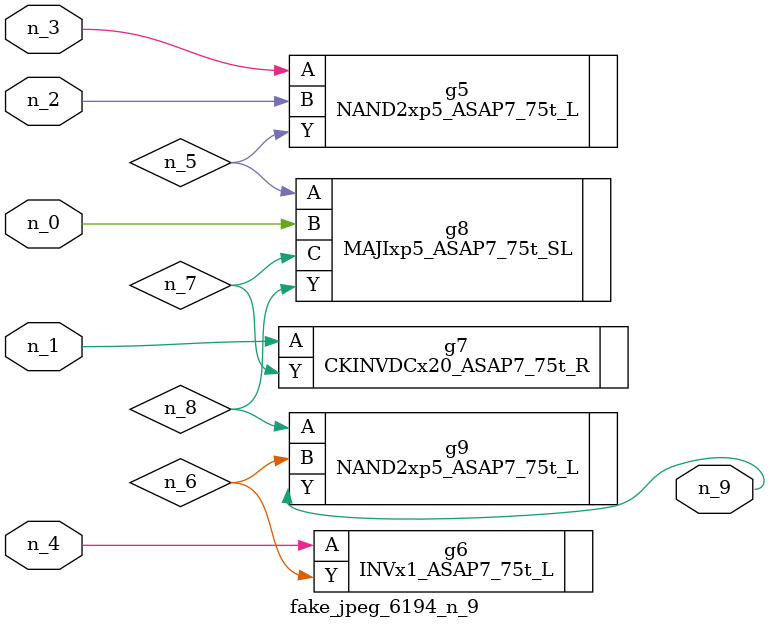
<source format=v>
module fake_jpeg_6194_n_9 (n_3, n_2, n_1, n_0, n_4, n_9);

input n_3;
input n_2;
input n_1;
input n_0;
input n_4;

output n_9;

wire n_8;
wire n_6;
wire n_5;
wire n_7;

NAND2xp5_ASAP7_75t_L g5 ( 
.A(n_3),
.B(n_2),
.Y(n_5)
);

INVx1_ASAP7_75t_L g6 ( 
.A(n_4),
.Y(n_6)
);

CKINVDCx20_ASAP7_75t_R g7 ( 
.A(n_1),
.Y(n_7)
);

MAJIxp5_ASAP7_75t_SL g8 ( 
.A(n_5),
.B(n_0),
.C(n_7),
.Y(n_8)
);

NAND2xp5_ASAP7_75t_L g9 ( 
.A(n_8),
.B(n_6),
.Y(n_9)
);


endmodule
</source>
